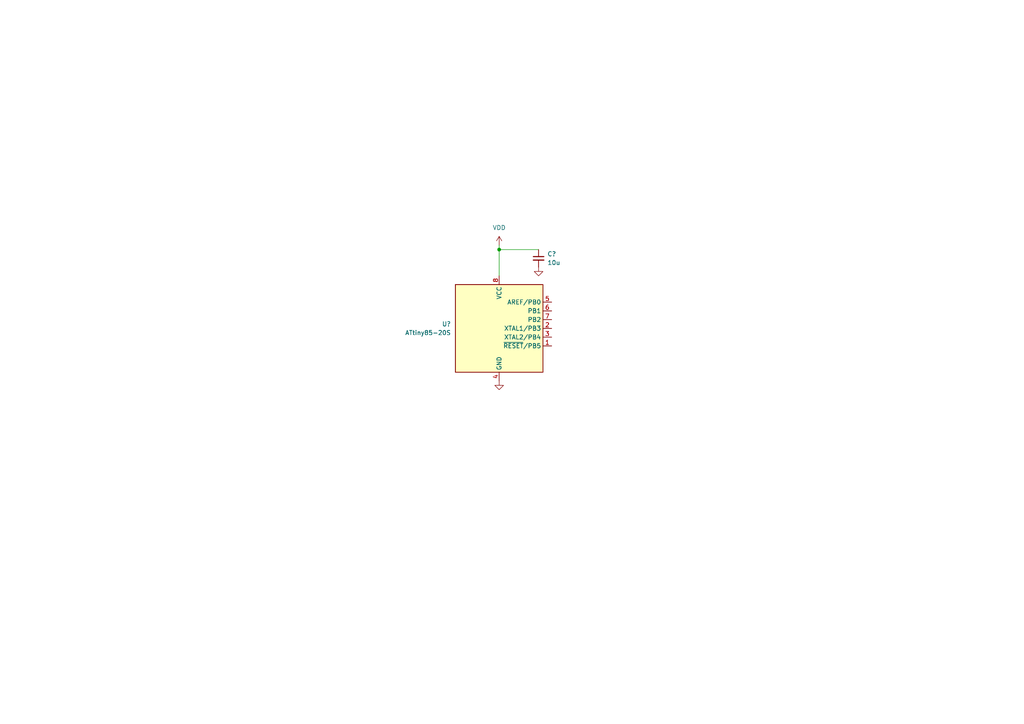
<source format=kicad_sch>
(kicad_sch (version 20211123) (generator eeschema)
  (paper "A4")
  (lib_symbols
    (symbol "Device:C_Small" (pin_numbers hide) (pin_names (offset 0.254) hide)
      (property "Reference" "C" (at 0.254 1.778 0))
      (property "Value" "C_Small" (at 0.254 -2.032 0))
      (symbol "C_Small_0_1"
        (polyline (pts (xy -1.524 -0.508) (xy 1.524 -0.508)) (stroke (width 0.3302)))
        (polyline (pts (xy -1.524 0.508) (xy 1.524 0.508)) (stroke (width 0.3048)))
      )
      (symbol "C_Small_1_1"
        (pin passive line (at 0 2.54 270) (length 2.032) (name "~") (number "1"))
        (pin passive line (at 0 -2.54 90) (length 2.032) (name "~") (number "2"))
      )
    )
    (symbol "MCU_Microchip_ATtiny:ATtiny85-20S"
      (property "Reference" "U" (at -12.7 13.97 0))
      (property "Value" "ATtiny85-20S" (at 2.54 -13.97 0))
      (symbol "ATtiny85-20S_0_1"
        (rectangle (start -12.7 -12.7) (end 12.7 12.7) (stroke (width 0.254)) (fill (type background)))
      )
      (symbol "ATtiny85-20S_1_1"
        (pin bidirectional line (at 15.24 -5.08 180) (length 2.54) (name "~{RESET}/PB5") (number "1"))
        (pin bidirectional line (at 15.24 0 180) (length 2.54) (name "XTAL1/PB3") (number "2"))
        (pin bidirectional line (at 15.24 -2.54 180) (length 2.54) (name "XTAL2/PB4") (number "3"))
        (pin power_in line (at 0 -15.24 90) (length 2.54) (name "GND") (number "4"))
        (pin bidirectional line (at 15.24 7.62 180) (length 2.54) (name "AREF/PB0") (number "5"))
        (pin bidirectional line (at 15.24 5.08 180) (length 2.54) (name "PB1") (number "6"))
        (pin bidirectional line (at 15.24 2.54 180) (length 2.54) (name "PB2") (number "7"))
        (pin power_in line (at 0 15.24 270) (length 2.54) (name "VCC") (number "8"))
      )
    )
    (symbol "power:GND" (power) (pin_names (offset 0))
      (property "Value" "GND" (at 0 -3.81 0))
      (symbol "GND_0_1"
        (polyline (pts (xy 0 0) (xy 0 -1.27) (xy 1.27 -1.27) (xy 0 -2.54) (xy -1.27 -1.27) (xy 0 -1.27)))
      )
      (symbol "GND_1_1"
        (pin power_in line (at 0 0 270) (length 0) hide (name "GND") (number "1"))
      )
    )
    (symbol "power:VDD" (power) (pin_names (offset 0))
      (property "Value" "VDD" (at 0 3.81 0))
      (symbol "VDD_0_1"
        (polyline (pts (xy -0.762 1.27) (xy 0 2.54)))
        (polyline (pts (xy 0 0) (xy 0 2.54)))
        (polyline (pts (xy 0 2.54) (xy 0.762 1.27)))
      )
      (symbol "VDD_1_1"
        (pin power_in line (at 0 0 90) (length 0) hide (name "VDD") (number "1"))
      )
    )
  )
  (junction (at 144.78 72.39))
  (wire (pts (xy 144.78 71.12) (xy 144.78 72.39)))
  (wire (pts (xy 144.78 72.39) (xy 144.78 80.01)))
  (wire (pts (xy 144.78 72.39) (xy 156.21 72.39)))
  (symbol (lib_id "power:GND") (at 156.21 77.47 0) (unit 1)
    (property "Reference" "#PWR?" (effects hide))
    (property "Value" "GND" (effects hide))
  )
  (symbol (lib_id "MCU_Microchip_ATtiny:ATtiny85-20S") (at 144.78 95.25 0) (unit 1)
    (property "Reference" "U?" (at 130.81 93.9799 0) (effects (justify right)))
    (property "Value" "ATtiny85-20S" (at 130.81 96.5199 0) (effects (justify right)))
    (property "Footprint" "Package_SO:SOIC-8W_5.3x5.3mm_P1.27mm" (effects hide))
    (property "Datasheet" "http://ww1.microchip.com/downloads/en/DeviceDoc/atmel-2586-avr-8-bit-microcontroller-attiny25-attiny45-attiny85_datasheet.pdf" (effects hide))
  )
  (symbol (lib_id "power:VDD") (at 144.78 71.12 0) (unit 1)
    (property "Reference" "#PWR?" (effects hide))
    (property "Value" "VDD" (at 144.78 66.04 0))
  )
  (symbol (lib_id "power:GND") (at 144.78 110.49 0) (unit 1)
    (property "Reference" "#PWR?" (effects hide))
    (property "Value" "GND" (effects hide))
  )
  (symbol (lib_id "Device:C_Small") (at 156.21 74.93 0) (unit 1)
    (property "Reference" "C?" (at 158.75 73.6662 0) (effects (justify left)))
    (property "Value" "10u" (at 158.75 76.2062 0) (effects (justify left)))
  )
)
</source>
